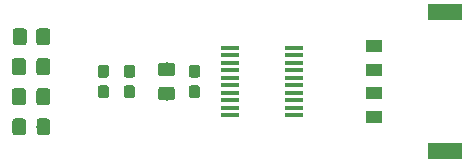
<source format=gbr>
%TF.GenerationSoftware,KiCad,Pcbnew,(5.1.0)-1*%
%TF.CreationDate,2024-04-08T09:54:17+02:00*%
%TF.ProjectId,USB-UART_RS422,5553422d-5541-4525-945f-52533432322e,rev?*%
%TF.SameCoordinates,Original*%
%TF.FileFunction,Paste,Top*%
%TF.FilePolarity,Positive*%
%FSLAX46Y46*%
G04 Gerber Fmt 4.6, Leading zero omitted, Abs format (unit mm)*
G04 Created by KiCad (PCBNEW (5.1.0)-1) date 2024-04-08 09:54:17*
%MOMM*%
%LPD*%
G04 APERTURE LIST*
%ADD10R,2.900000X1.350000*%
%ADD11R,1.450000X1.100000*%
%ADD12C,0.100000*%
%ADD13C,0.950000*%
%ADD14C,1.175000*%
%ADD15C,1.150000*%
%ADD16R,1.526000X0.435000*%
%ADD17C,1.200000*%
G04 APERTURE END LIST*
D10*
%TO.C,J0*%
X158475000Y-90105000D03*
X158475000Y-101895000D03*
D11*
X152500000Y-93000000D03*
X152500000Y-95000000D03*
X152500000Y-97000000D03*
X152500000Y-99000000D03*
%TD*%
D12*
%TO.C,C1*%
G36*
X137510779Y-96326144D02*
G01*
X137533834Y-96329563D01*
X137556443Y-96335227D01*
X137578387Y-96343079D01*
X137599457Y-96353044D01*
X137619448Y-96365026D01*
X137638168Y-96378910D01*
X137655438Y-96394562D01*
X137671090Y-96411832D01*
X137684974Y-96430552D01*
X137696956Y-96450543D01*
X137706921Y-96471613D01*
X137714773Y-96493557D01*
X137720437Y-96516166D01*
X137723856Y-96539221D01*
X137725000Y-96562500D01*
X137725000Y-97162500D01*
X137723856Y-97185779D01*
X137720437Y-97208834D01*
X137714773Y-97231443D01*
X137706921Y-97253387D01*
X137696956Y-97274457D01*
X137684974Y-97294448D01*
X137671090Y-97313168D01*
X137655438Y-97330438D01*
X137638168Y-97346090D01*
X137619448Y-97359974D01*
X137599457Y-97371956D01*
X137578387Y-97381921D01*
X137556443Y-97389773D01*
X137533834Y-97395437D01*
X137510779Y-97398856D01*
X137487500Y-97400000D01*
X137012500Y-97400000D01*
X136989221Y-97398856D01*
X136966166Y-97395437D01*
X136943557Y-97389773D01*
X136921613Y-97381921D01*
X136900543Y-97371956D01*
X136880552Y-97359974D01*
X136861832Y-97346090D01*
X136844562Y-97330438D01*
X136828910Y-97313168D01*
X136815026Y-97294448D01*
X136803044Y-97274457D01*
X136793079Y-97253387D01*
X136785227Y-97231443D01*
X136779563Y-97208834D01*
X136776144Y-97185779D01*
X136775000Y-97162500D01*
X136775000Y-96562500D01*
X136776144Y-96539221D01*
X136779563Y-96516166D01*
X136785227Y-96493557D01*
X136793079Y-96471613D01*
X136803044Y-96450543D01*
X136815026Y-96430552D01*
X136828910Y-96411832D01*
X136844562Y-96394562D01*
X136861832Y-96378910D01*
X136880552Y-96365026D01*
X136900543Y-96353044D01*
X136921613Y-96343079D01*
X136943557Y-96335227D01*
X136966166Y-96329563D01*
X136989221Y-96326144D01*
X137012500Y-96325000D01*
X137487500Y-96325000D01*
X137510779Y-96326144D01*
X137510779Y-96326144D01*
G37*
D13*
X137250000Y-96862500D03*
D12*
G36*
X137510779Y-94601144D02*
G01*
X137533834Y-94604563D01*
X137556443Y-94610227D01*
X137578387Y-94618079D01*
X137599457Y-94628044D01*
X137619448Y-94640026D01*
X137638168Y-94653910D01*
X137655438Y-94669562D01*
X137671090Y-94686832D01*
X137684974Y-94705552D01*
X137696956Y-94725543D01*
X137706921Y-94746613D01*
X137714773Y-94768557D01*
X137720437Y-94791166D01*
X137723856Y-94814221D01*
X137725000Y-94837500D01*
X137725000Y-95437500D01*
X137723856Y-95460779D01*
X137720437Y-95483834D01*
X137714773Y-95506443D01*
X137706921Y-95528387D01*
X137696956Y-95549457D01*
X137684974Y-95569448D01*
X137671090Y-95588168D01*
X137655438Y-95605438D01*
X137638168Y-95621090D01*
X137619448Y-95634974D01*
X137599457Y-95646956D01*
X137578387Y-95656921D01*
X137556443Y-95664773D01*
X137533834Y-95670437D01*
X137510779Y-95673856D01*
X137487500Y-95675000D01*
X137012500Y-95675000D01*
X136989221Y-95673856D01*
X136966166Y-95670437D01*
X136943557Y-95664773D01*
X136921613Y-95656921D01*
X136900543Y-95646956D01*
X136880552Y-95634974D01*
X136861832Y-95621090D01*
X136844562Y-95605438D01*
X136828910Y-95588168D01*
X136815026Y-95569448D01*
X136803044Y-95549457D01*
X136793079Y-95528387D01*
X136785227Y-95506443D01*
X136779563Y-95483834D01*
X136776144Y-95460779D01*
X136775000Y-95437500D01*
X136775000Y-94837500D01*
X136776144Y-94814221D01*
X136779563Y-94791166D01*
X136785227Y-94768557D01*
X136793079Y-94746613D01*
X136803044Y-94725543D01*
X136815026Y-94705552D01*
X136828910Y-94686832D01*
X136844562Y-94669562D01*
X136861832Y-94653910D01*
X136880552Y-94640026D01*
X136900543Y-94628044D01*
X136921613Y-94618079D01*
X136943557Y-94610227D01*
X136966166Y-94604563D01*
X136989221Y-94601144D01*
X137012500Y-94600000D01*
X137487500Y-94600000D01*
X137510779Y-94601144D01*
X137510779Y-94601144D01*
G37*
D13*
X137250000Y-95137500D03*
%TD*%
D12*
%TO.C,C2.0*%
G36*
X129800779Y-94601144D02*
G01*
X129823834Y-94604563D01*
X129846443Y-94610227D01*
X129868387Y-94618079D01*
X129889457Y-94628044D01*
X129909448Y-94640026D01*
X129928168Y-94653910D01*
X129945438Y-94669562D01*
X129961090Y-94686832D01*
X129974974Y-94705552D01*
X129986956Y-94725543D01*
X129996921Y-94746613D01*
X130004773Y-94768557D01*
X130010437Y-94791166D01*
X130013856Y-94814221D01*
X130015000Y-94837500D01*
X130015000Y-95437500D01*
X130013856Y-95460779D01*
X130010437Y-95483834D01*
X130004773Y-95506443D01*
X129996921Y-95528387D01*
X129986956Y-95549457D01*
X129974974Y-95569448D01*
X129961090Y-95588168D01*
X129945438Y-95605438D01*
X129928168Y-95621090D01*
X129909448Y-95634974D01*
X129889457Y-95646956D01*
X129868387Y-95656921D01*
X129846443Y-95664773D01*
X129823834Y-95670437D01*
X129800779Y-95673856D01*
X129777500Y-95675000D01*
X129302500Y-95675000D01*
X129279221Y-95673856D01*
X129256166Y-95670437D01*
X129233557Y-95664773D01*
X129211613Y-95656921D01*
X129190543Y-95646956D01*
X129170552Y-95634974D01*
X129151832Y-95621090D01*
X129134562Y-95605438D01*
X129118910Y-95588168D01*
X129105026Y-95569448D01*
X129093044Y-95549457D01*
X129083079Y-95528387D01*
X129075227Y-95506443D01*
X129069563Y-95483834D01*
X129066144Y-95460779D01*
X129065000Y-95437500D01*
X129065000Y-94837500D01*
X129066144Y-94814221D01*
X129069563Y-94791166D01*
X129075227Y-94768557D01*
X129083079Y-94746613D01*
X129093044Y-94725543D01*
X129105026Y-94705552D01*
X129118910Y-94686832D01*
X129134562Y-94669562D01*
X129151832Y-94653910D01*
X129170552Y-94640026D01*
X129190543Y-94628044D01*
X129211613Y-94618079D01*
X129233557Y-94610227D01*
X129256166Y-94604563D01*
X129279221Y-94601144D01*
X129302500Y-94600000D01*
X129777500Y-94600000D01*
X129800779Y-94601144D01*
X129800779Y-94601144D01*
G37*
D13*
X129540000Y-95137500D03*
D12*
G36*
X129800779Y-96326144D02*
G01*
X129823834Y-96329563D01*
X129846443Y-96335227D01*
X129868387Y-96343079D01*
X129889457Y-96353044D01*
X129909448Y-96365026D01*
X129928168Y-96378910D01*
X129945438Y-96394562D01*
X129961090Y-96411832D01*
X129974974Y-96430552D01*
X129986956Y-96450543D01*
X129996921Y-96471613D01*
X130004773Y-96493557D01*
X130010437Y-96516166D01*
X130013856Y-96539221D01*
X130015000Y-96562500D01*
X130015000Y-97162500D01*
X130013856Y-97185779D01*
X130010437Y-97208834D01*
X130004773Y-97231443D01*
X129996921Y-97253387D01*
X129986956Y-97274457D01*
X129974974Y-97294448D01*
X129961090Y-97313168D01*
X129945438Y-97330438D01*
X129928168Y-97346090D01*
X129909448Y-97359974D01*
X129889457Y-97371956D01*
X129868387Y-97381921D01*
X129846443Y-97389773D01*
X129823834Y-97395437D01*
X129800779Y-97398856D01*
X129777500Y-97400000D01*
X129302500Y-97400000D01*
X129279221Y-97398856D01*
X129256166Y-97395437D01*
X129233557Y-97389773D01*
X129211613Y-97381921D01*
X129190543Y-97371956D01*
X129170552Y-97359974D01*
X129151832Y-97346090D01*
X129134562Y-97330438D01*
X129118910Y-97313168D01*
X129105026Y-97294448D01*
X129093044Y-97274457D01*
X129083079Y-97253387D01*
X129075227Y-97231443D01*
X129069563Y-97208834D01*
X129066144Y-97185779D01*
X129065000Y-97162500D01*
X129065000Y-96562500D01*
X129066144Y-96539221D01*
X129069563Y-96516166D01*
X129075227Y-96493557D01*
X129083079Y-96471613D01*
X129093044Y-96450543D01*
X129105026Y-96430552D01*
X129118910Y-96411832D01*
X129134562Y-96394562D01*
X129151832Y-96378910D01*
X129170552Y-96365026D01*
X129190543Y-96353044D01*
X129211613Y-96343079D01*
X129233557Y-96335227D01*
X129256166Y-96329563D01*
X129279221Y-96326144D01*
X129302500Y-96325000D01*
X129777500Y-96325000D01*
X129800779Y-96326144D01*
X129800779Y-96326144D01*
G37*
D13*
X129540000Y-96862500D03*
%TD*%
D12*
%TO.C,C2.1*%
G36*
X132010779Y-96326144D02*
G01*
X132033834Y-96329563D01*
X132056443Y-96335227D01*
X132078387Y-96343079D01*
X132099457Y-96353044D01*
X132119448Y-96365026D01*
X132138168Y-96378910D01*
X132155438Y-96394562D01*
X132171090Y-96411832D01*
X132184974Y-96430552D01*
X132196956Y-96450543D01*
X132206921Y-96471613D01*
X132214773Y-96493557D01*
X132220437Y-96516166D01*
X132223856Y-96539221D01*
X132225000Y-96562500D01*
X132225000Y-97162500D01*
X132223856Y-97185779D01*
X132220437Y-97208834D01*
X132214773Y-97231443D01*
X132206921Y-97253387D01*
X132196956Y-97274457D01*
X132184974Y-97294448D01*
X132171090Y-97313168D01*
X132155438Y-97330438D01*
X132138168Y-97346090D01*
X132119448Y-97359974D01*
X132099457Y-97371956D01*
X132078387Y-97381921D01*
X132056443Y-97389773D01*
X132033834Y-97395437D01*
X132010779Y-97398856D01*
X131987500Y-97400000D01*
X131512500Y-97400000D01*
X131489221Y-97398856D01*
X131466166Y-97395437D01*
X131443557Y-97389773D01*
X131421613Y-97381921D01*
X131400543Y-97371956D01*
X131380552Y-97359974D01*
X131361832Y-97346090D01*
X131344562Y-97330438D01*
X131328910Y-97313168D01*
X131315026Y-97294448D01*
X131303044Y-97274457D01*
X131293079Y-97253387D01*
X131285227Y-97231443D01*
X131279563Y-97208834D01*
X131276144Y-97185779D01*
X131275000Y-97162500D01*
X131275000Y-96562500D01*
X131276144Y-96539221D01*
X131279563Y-96516166D01*
X131285227Y-96493557D01*
X131293079Y-96471613D01*
X131303044Y-96450543D01*
X131315026Y-96430552D01*
X131328910Y-96411832D01*
X131344562Y-96394562D01*
X131361832Y-96378910D01*
X131380552Y-96365026D01*
X131400543Y-96353044D01*
X131421613Y-96343079D01*
X131443557Y-96335227D01*
X131466166Y-96329563D01*
X131489221Y-96326144D01*
X131512500Y-96325000D01*
X131987500Y-96325000D01*
X132010779Y-96326144D01*
X132010779Y-96326144D01*
G37*
D13*
X131750000Y-96862500D03*
D12*
G36*
X132010779Y-94601144D02*
G01*
X132033834Y-94604563D01*
X132056443Y-94610227D01*
X132078387Y-94618079D01*
X132099457Y-94628044D01*
X132119448Y-94640026D01*
X132138168Y-94653910D01*
X132155438Y-94669562D01*
X132171090Y-94686832D01*
X132184974Y-94705552D01*
X132196956Y-94725543D01*
X132206921Y-94746613D01*
X132214773Y-94768557D01*
X132220437Y-94791166D01*
X132223856Y-94814221D01*
X132225000Y-94837500D01*
X132225000Y-95437500D01*
X132223856Y-95460779D01*
X132220437Y-95483834D01*
X132214773Y-95506443D01*
X132206921Y-95528387D01*
X132196956Y-95549457D01*
X132184974Y-95569448D01*
X132171090Y-95588168D01*
X132155438Y-95605438D01*
X132138168Y-95621090D01*
X132119448Y-95634974D01*
X132099457Y-95646956D01*
X132078387Y-95656921D01*
X132056443Y-95664773D01*
X132033834Y-95670437D01*
X132010779Y-95673856D01*
X131987500Y-95675000D01*
X131512500Y-95675000D01*
X131489221Y-95673856D01*
X131466166Y-95670437D01*
X131443557Y-95664773D01*
X131421613Y-95656921D01*
X131400543Y-95646956D01*
X131380552Y-95634974D01*
X131361832Y-95621090D01*
X131344562Y-95605438D01*
X131328910Y-95588168D01*
X131315026Y-95569448D01*
X131303044Y-95549457D01*
X131293079Y-95528387D01*
X131285227Y-95506443D01*
X131279563Y-95483834D01*
X131276144Y-95460779D01*
X131275000Y-95437500D01*
X131275000Y-94837500D01*
X131276144Y-94814221D01*
X131279563Y-94791166D01*
X131285227Y-94768557D01*
X131293079Y-94746613D01*
X131303044Y-94725543D01*
X131315026Y-94705552D01*
X131328910Y-94686832D01*
X131344562Y-94669562D01*
X131361832Y-94653910D01*
X131380552Y-94640026D01*
X131400543Y-94628044D01*
X131421613Y-94618079D01*
X131443557Y-94610227D01*
X131466166Y-94604563D01*
X131489221Y-94601144D01*
X131512500Y-94600000D01*
X131987500Y-94600000D01*
X132010779Y-94601144D01*
X132010779Y-94601144D01*
G37*
D13*
X131750000Y-95137500D03*
%TD*%
D12*
%TO.C,C3*%
G36*
X122747004Y-94026204D02*
G01*
X122771273Y-94029804D01*
X122795071Y-94035765D01*
X122818171Y-94044030D01*
X122840349Y-94054520D01*
X122861393Y-94067133D01*
X122881098Y-94081747D01*
X122899277Y-94098223D01*
X122915753Y-94116402D01*
X122930367Y-94136107D01*
X122942980Y-94157151D01*
X122953470Y-94179329D01*
X122961735Y-94202429D01*
X122967696Y-94226227D01*
X122971296Y-94250496D01*
X122972500Y-94275000D01*
X122972500Y-95225000D01*
X122971296Y-95249504D01*
X122967696Y-95273773D01*
X122961735Y-95297571D01*
X122953470Y-95320671D01*
X122942980Y-95342849D01*
X122930367Y-95363893D01*
X122915753Y-95383598D01*
X122899277Y-95401777D01*
X122881098Y-95418253D01*
X122861393Y-95432867D01*
X122840349Y-95445480D01*
X122818171Y-95455970D01*
X122795071Y-95464235D01*
X122771273Y-95470196D01*
X122747004Y-95473796D01*
X122722500Y-95475000D01*
X122047500Y-95475000D01*
X122022996Y-95473796D01*
X121998727Y-95470196D01*
X121974929Y-95464235D01*
X121951829Y-95455970D01*
X121929651Y-95445480D01*
X121908607Y-95432867D01*
X121888902Y-95418253D01*
X121870723Y-95401777D01*
X121854247Y-95383598D01*
X121839633Y-95363893D01*
X121827020Y-95342849D01*
X121816530Y-95320671D01*
X121808265Y-95297571D01*
X121802304Y-95273773D01*
X121798704Y-95249504D01*
X121797500Y-95225000D01*
X121797500Y-94275000D01*
X121798704Y-94250496D01*
X121802304Y-94226227D01*
X121808265Y-94202429D01*
X121816530Y-94179329D01*
X121827020Y-94157151D01*
X121839633Y-94136107D01*
X121854247Y-94116402D01*
X121870723Y-94098223D01*
X121888902Y-94081747D01*
X121908607Y-94067133D01*
X121929651Y-94054520D01*
X121951829Y-94044030D01*
X121974929Y-94035765D01*
X121998727Y-94029804D01*
X122022996Y-94026204D01*
X122047500Y-94025000D01*
X122722500Y-94025000D01*
X122747004Y-94026204D01*
X122747004Y-94026204D01*
G37*
D14*
X122385000Y-94750000D03*
D12*
G36*
X124822004Y-94026204D02*
G01*
X124846273Y-94029804D01*
X124870071Y-94035765D01*
X124893171Y-94044030D01*
X124915349Y-94054520D01*
X124936393Y-94067133D01*
X124956098Y-94081747D01*
X124974277Y-94098223D01*
X124990753Y-94116402D01*
X125005367Y-94136107D01*
X125017980Y-94157151D01*
X125028470Y-94179329D01*
X125036735Y-94202429D01*
X125042696Y-94226227D01*
X125046296Y-94250496D01*
X125047500Y-94275000D01*
X125047500Y-95225000D01*
X125046296Y-95249504D01*
X125042696Y-95273773D01*
X125036735Y-95297571D01*
X125028470Y-95320671D01*
X125017980Y-95342849D01*
X125005367Y-95363893D01*
X124990753Y-95383598D01*
X124974277Y-95401777D01*
X124956098Y-95418253D01*
X124936393Y-95432867D01*
X124915349Y-95445480D01*
X124893171Y-95455970D01*
X124870071Y-95464235D01*
X124846273Y-95470196D01*
X124822004Y-95473796D01*
X124797500Y-95475000D01*
X124122500Y-95475000D01*
X124097996Y-95473796D01*
X124073727Y-95470196D01*
X124049929Y-95464235D01*
X124026829Y-95455970D01*
X124004651Y-95445480D01*
X123983607Y-95432867D01*
X123963902Y-95418253D01*
X123945723Y-95401777D01*
X123929247Y-95383598D01*
X123914633Y-95363893D01*
X123902020Y-95342849D01*
X123891530Y-95320671D01*
X123883265Y-95297571D01*
X123877304Y-95273773D01*
X123873704Y-95249504D01*
X123872500Y-95225000D01*
X123872500Y-94275000D01*
X123873704Y-94250496D01*
X123877304Y-94226227D01*
X123883265Y-94202429D01*
X123891530Y-94179329D01*
X123902020Y-94157151D01*
X123914633Y-94136107D01*
X123929247Y-94116402D01*
X123945723Y-94098223D01*
X123963902Y-94081747D01*
X123983607Y-94067133D01*
X124004651Y-94054520D01*
X124026829Y-94044030D01*
X124049929Y-94035765D01*
X124073727Y-94029804D01*
X124097996Y-94026204D01*
X124122500Y-94025000D01*
X124797500Y-94025000D01*
X124822004Y-94026204D01*
X124822004Y-94026204D01*
G37*
D14*
X124460000Y-94750000D03*
%TD*%
D12*
%TO.C,C4*%
G36*
X122747004Y-96566204D02*
G01*
X122771273Y-96569804D01*
X122795071Y-96575765D01*
X122818171Y-96584030D01*
X122840349Y-96594520D01*
X122861393Y-96607133D01*
X122881098Y-96621747D01*
X122899277Y-96638223D01*
X122915753Y-96656402D01*
X122930367Y-96676107D01*
X122942980Y-96697151D01*
X122953470Y-96719329D01*
X122961735Y-96742429D01*
X122967696Y-96766227D01*
X122971296Y-96790496D01*
X122972500Y-96815000D01*
X122972500Y-97765000D01*
X122971296Y-97789504D01*
X122967696Y-97813773D01*
X122961735Y-97837571D01*
X122953470Y-97860671D01*
X122942980Y-97882849D01*
X122930367Y-97903893D01*
X122915753Y-97923598D01*
X122899277Y-97941777D01*
X122881098Y-97958253D01*
X122861393Y-97972867D01*
X122840349Y-97985480D01*
X122818171Y-97995970D01*
X122795071Y-98004235D01*
X122771273Y-98010196D01*
X122747004Y-98013796D01*
X122722500Y-98015000D01*
X122047500Y-98015000D01*
X122022996Y-98013796D01*
X121998727Y-98010196D01*
X121974929Y-98004235D01*
X121951829Y-97995970D01*
X121929651Y-97985480D01*
X121908607Y-97972867D01*
X121888902Y-97958253D01*
X121870723Y-97941777D01*
X121854247Y-97923598D01*
X121839633Y-97903893D01*
X121827020Y-97882849D01*
X121816530Y-97860671D01*
X121808265Y-97837571D01*
X121802304Y-97813773D01*
X121798704Y-97789504D01*
X121797500Y-97765000D01*
X121797500Y-96815000D01*
X121798704Y-96790496D01*
X121802304Y-96766227D01*
X121808265Y-96742429D01*
X121816530Y-96719329D01*
X121827020Y-96697151D01*
X121839633Y-96676107D01*
X121854247Y-96656402D01*
X121870723Y-96638223D01*
X121888902Y-96621747D01*
X121908607Y-96607133D01*
X121929651Y-96594520D01*
X121951829Y-96584030D01*
X121974929Y-96575765D01*
X121998727Y-96569804D01*
X122022996Y-96566204D01*
X122047500Y-96565000D01*
X122722500Y-96565000D01*
X122747004Y-96566204D01*
X122747004Y-96566204D01*
G37*
D14*
X122385000Y-97290000D03*
D12*
G36*
X124822004Y-96566204D02*
G01*
X124846273Y-96569804D01*
X124870071Y-96575765D01*
X124893171Y-96584030D01*
X124915349Y-96594520D01*
X124936393Y-96607133D01*
X124956098Y-96621747D01*
X124974277Y-96638223D01*
X124990753Y-96656402D01*
X125005367Y-96676107D01*
X125017980Y-96697151D01*
X125028470Y-96719329D01*
X125036735Y-96742429D01*
X125042696Y-96766227D01*
X125046296Y-96790496D01*
X125047500Y-96815000D01*
X125047500Y-97765000D01*
X125046296Y-97789504D01*
X125042696Y-97813773D01*
X125036735Y-97837571D01*
X125028470Y-97860671D01*
X125017980Y-97882849D01*
X125005367Y-97903893D01*
X124990753Y-97923598D01*
X124974277Y-97941777D01*
X124956098Y-97958253D01*
X124936393Y-97972867D01*
X124915349Y-97985480D01*
X124893171Y-97995970D01*
X124870071Y-98004235D01*
X124846273Y-98010196D01*
X124822004Y-98013796D01*
X124797500Y-98015000D01*
X124122500Y-98015000D01*
X124097996Y-98013796D01*
X124073727Y-98010196D01*
X124049929Y-98004235D01*
X124026829Y-97995970D01*
X124004651Y-97985480D01*
X123983607Y-97972867D01*
X123963902Y-97958253D01*
X123945723Y-97941777D01*
X123929247Y-97923598D01*
X123914633Y-97903893D01*
X123902020Y-97882849D01*
X123891530Y-97860671D01*
X123883265Y-97837571D01*
X123877304Y-97813773D01*
X123873704Y-97789504D01*
X123872500Y-97765000D01*
X123872500Y-96815000D01*
X123873704Y-96790496D01*
X123877304Y-96766227D01*
X123883265Y-96742429D01*
X123891530Y-96719329D01*
X123902020Y-96697151D01*
X123914633Y-96676107D01*
X123929247Y-96656402D01*
X123945723Y-96638223D01*
X123963902Y-96621747D01*
X123983607Y-96607133D01*
X124004651Y-96594520D01*
X124026829Y-96584030D01*
X124049929Y-96575765D01*
X124073727Y-96569804D01*
X124097996Y-96566204D01*
X124122500Y-96565000D01*
X124797500Y-96565000D01*
X124822004Y-96566204D01*
X124822004Y-96566204D01*
G37*
D14*
X124460000Y-97290000D03*
%TD*%
D12*
%TO.C,FB0*%
G36*
X124809505Y-99131204D02*
G01*
X124833773Y-99134804D01*
X124857572Y-99140765D01*
X124880671Y-99149030D01*
X124902850Y-99159520D01*
X124923893Y-99172132D01*
X124943599Y-99186747D01*
X124961777Y-99203223D01*
X124978253Y-99221401D01*
X124992868Y-99241107D01*
X125005480Y-99262150D01*
X125015970Y-99284329D01*
X125024235Y-99307428D01*
X125030196Y-99331227D01*
X125033796Y-99355495D01*
X125035000Y-99379999D01*
X125035000Y-100280001D01*
X125033796Y-100304505D01*
X125030196Y-100328773D01*
X125024235Y-100352572D01*
X125015970Y-100375671D01*
X125005480Y-100397850D01*
X124992868Y-100418893D01*
X124978253Y-100438599D01*
X124961777Y-100456777D01*
X124943599Y-100473253D01*
X124923893Y-100487868D01*
X124902850Y-100500480D01*
X124880671Y-100510970D01*
X124857572Y-100519235D01*
X124833773Y-100525196D01*
X124809505Y-100528796D01*
X124785001Y-100530000D01*
X124134999Y-100530000D01*
X124110495Y-100528796D01*
X124086227Y-100525196D01*
X124062428Y-100519235D01*
X124039329Y-100510970D01*
X124017150Y-100500480D01*
X123996107Y-100487868D01*
X123976401Y-100473253D01*
X123958223Y-100456777D01*
X123941747Y-100438599D01*
X123927132Y-100418893D01*
X123914520Y-100397850D01*
X123904030Y-100375671D01*
X123895765Y-100352572D01*
X123889804Y-100328773D01*
X123886204Y-100304505D01*
X123885000Y-100280001D01*
X123885000Y-99379999D01*
X123886204Y-99355495D01*
X123889804Y-99331227D01*
X123895765Y-99307428D01*
X123904030Y-99284329D01*
X123914520Y-99262150D01*
X123927132Y-99241107D01*
X123941747Y-99221401D01*
X123958223Y-99203223D01*
X123976401Y-99186747D01*
X123996107Y-99172132D01*
X124017150Y-99159520D01*
X124039329Y-99149030D01*
X124062428Y-99140765D01*
X124086227Y-99134804D01*
X124110495Y-99131204D01*
X124134999Y-99130000D01*
X124785001Y-99130000D01*
X124809505Y-99131204D01*
X124809505Y-99131204D01*
G37*
D15*
X124460000Y-99830000D03*
D12*
G36*
X122759505Y-99131204D02*
G01*
X122783773Y-99134804D01*
X122807572Y-99140765D01*
X122830671Y-99149030D01*
X122852850Y-99159520D01*
X122873893Y-99172132D01*
X122893599Y-99186747D01*
X122911777Y-99203223D01*
X122928253Y-99221401D01*
X122942868Y-99241107D01*
X122955480Y-99262150D01*
X122965970Y-99284329D01*
X122974235Y-99307428D01*
X122980196Y-99331227D01*
X122983796Y-99355495D01*
X122985000Y-99379999D01*
X122985000Y-100280001D01*
X122983796Y-100304505D01*
X122980196Y-100328773D01*
X122974235Y-100352572D01*
X122965970Y-100375671D01*
X122955480Y-100397850D01*
X122942868Y-100418893D01*
X122928253Y-100438599D01*
X122911777Y-100456777D01*
X122893599Y-100473253D01*
X122873893Y-100487868D01*
X122852850Y-100500480D01*
X122830671Y-100510970D01*
X122807572Y-100519235D01*
X122783773Y-100525196D01*
X122759505Y-100528796D01*
X122735001Y-100530000D01*
X122084999Y-100530000D01*
X122060495Y-100528796D01*
X122036227Y-100525196D01*
X122012428Y-100519235D01*
X121989329Y-100510970D01*
X121967150Y-100500480D01*
X121946107Y-100487868D01*
X121926401Y-100473253D01*
X121908223Y-100456777D01*
X121891747Y-100438599D01*
X121877132Y-100418893D01*
X121864520Y-100397850D01*
X121854030Y-100375671D01*
X121845765Y-100352572D01*
X121839804Y-100328773D01*
X121836204Y-100304505D01*
X121835000Y-100280001D01*
X121835000Y-99379999D01*
X121836204Y-99355495D01*
X121839804Y-99331227D01*
X121845765Y-99307428D01*
X121854030Y-99284329D01*
X121864520Y-99262150D01*
X121877132Y-99241107D01*
X121891747Y-99221401D01*
X121908223Y-99203223D01*
X121926401Y-99186747D01*
X121946107Y-99172132D01*
X121967150Y-99159520D01*
X121989329Y-99149030D01*
X122012428Y-99140765D01*
X122036227Y-99134804D01*
X122060495Y-99131204D01*
X122084999Y-99130000D01*
X122735001Y-99130000D01*
X122759505Y-99131204D01*
X122759505Y-99131204D01*
G37*
D15*
X122410000Y-99830000D03*
%TD*%
D16*
%TO.C,IC0*%
X140288000Y-93142000D03*
X140288000Y-93778000D03*
X140288000Y-94412000D03*
X140288000Y-95048000D03*
X140288000Y-95682000D03*
X140288000Y-96318000D03*
X140288000Y-96952000D03*
X140288000Y-97588000D03*
X140288000Y-98222000D03*
X140288000Y-98858000D03*
X145712000Y-98858000D03*
X145712000Y-98222000D03*
X145712000Y-97588000D03*
X145712000Y-96952000D03*
X145712000Y-96318000D03*
X145712000Y-95682000D03*
X145712000Y-95048000D03*
X145712000Y-94412000D03*
X145712000Y-93778000D03*
X145712000Y-93142000D03*
%TD*%
D12*
%TO.C,LED0*%
G36*
X135364505Y-94401204D02*
G01*
X135388773Y-94404804D01*
X135412572Y-94410765D01*
X135435671Y-94419030D01*
X135457850Y-94429520D01*
X135478893Y-94442132D01*
X135498599Y-94456747D01*
X135516777Y-94473223D01*
X135533253Y-94491401D01*
X135547868Y-94511107D01*
X135560480Y-94532150D01*
X135570970Y-94554329D01*
X135579235Y-94577428D01*
X135585196Y-94601227D01*
X135588796Y-94625495D01*
X135590000Y-94649999D01*
X135590000Y-95300001D01*
X135588796Y-95324505D01*
X135585196Y-95348773D01*
X135579235Y-95372572D01*
X135570970Y-95395671D01*
X135560480Y-95417850D01*
X135547868Y-95438893D01*
X135533253Y-95458599D01*
X135516777Y-95476777D01*
X135498599Y-95493253D01*
X135478893Y-95507868D01*
X135457850Y-95520480D01*
X135435671Y-95530970D01*
X135412572Y-95539235D01*
X135388773Y-95545196D01*
X135364505Y-95548796D01*
X135340001Y-95550000D01*
X134439999Y-95550000D01*
X134415495Y-95548796D01*
X134391227Y-95545196D01*
X134367428Y-95539235D01*
X134344329Y-95530970D01*
X134322150Y-95520480D01*
X134301107Y-95507868D01*
X134281401Y-95493253D01*
X134263223Y-95476777D01*
X134246747Y-95458599D01*
X134232132Y-95438893D01*
X134219520Y-95417850D01*
X134209030Y-95395671D01*
X134200765Y-95372572D01*
X134194804Y-95348773D01*
X134191204Y-95324505D01*
X134190000Y-95300001D01*
X134190000Y-94649999D01*
X134191204Y-94625495D01*
X134194804Y-94601227D01*
X134200765Y-94577428D01*
X134209030Y-94554329D01*
X134219520Y-94532150D01*
X134232132Y-94511107D01*
X134246747Y-94491401D01*
X134263223Y-94473223D01*
X134281401Y-94456747D01*
X134301107Y-94442132D01*
X134322150Y-94429520D01*
X134344329Y-94419030D01*
X134367428Y-94410765D01*
X134391227Y-94404804D01*
X134415495Y-94401204D01*
X134439999Y-94400000D01*
X135340001Y-94400000D01*
X135364505Y-94401204D01*
X135364505Y-94401204D01*
G37*
D15*
X134890000Y-94975000D03*
D12*
G36*
X135364505Y-96451204D02*
G01*
X135388773Y-96454804D01*
X135412572Y-96460765D01*
X135435671Y-96469030D01*
X135457850Y-96479520D01*
X135478893Y-96492132D01*
X135498599Y-96506747D01*
X135516777Y-96523223D01*
X135533253Y-96541401D01*
X135547868Y-96561107D01*
X135560480Y-96582150D01*
X135570970Y-96604329D01*
X135579235Y-96627428D01*
X135585196Y-96651227D01*
X135588796Y-96675495D01*
X135590000Y-96699999D01*
X135590000Y-97350001D01*
X135588796Y-97374505D01*
X135585196Y-97398773D01*
X135579235Y-97422572D01*
X135570970Y-97445671D01*
X135560480Y-97467850D01*
X135547868Y-97488893D01*
X135533253Y-97508599D01*
X135516777Y-97526777D01*
X135498599Y-97543253D01*
X135478893Y-97557868D01*
X135457850Y-97570480D01*
X135435671Y-97580970D01*
X135412572Y-97589235D01*
X135388773Y-97595196D01*
X135364505Y-97598796D01*
X135340001Y-97600000D01*
X134439999Y-97600000D01*
X134415495Y-97598796D01*
X134391227Y-97595196D01*
X134367428Y-97589235D01*
X134344329Y-97580970D01*
X134322150Y-97570480D01*
X134301107Y-97557868D01*
X134281401Y-97543253D01*
X134263223Y-97526777D01*
X134246747Y-97508599D01*
X134232132Y-97488893D01*
X134219520Y-97467850D01*
X134209030Y-97445671D01*
X134200765Y-97422572D01*
X134194804Y-97398773D01*
X134191204Y-97374505D01*
X134190000Y-97350001D01*
X134190000Y-96699999D01*
X134191204Y-96675495D01*
X134194804Y-96651227D01*
X134200765Y-96627428D01*
X134209030Y-96604329D01*
X134219520Y-96582150D01*
X134232132Y-96561107D01*
X134246747Y-96541401D01*
X134263223Y-96523223D01*
X134281401Y-96506747D01*
X134301107Y-96492132D01*
X134322150Y-96479520D01*
X134344329Y-96469030D01*
X134367428Y-96460765D01*
X134391227Y-96454804D01*
X134415495Y-96451204D01*
X134439999Y-96450000D01*
X135340001Y-96450000D01*
X135364505Y-96451204D01*
X135364505Y-96451204D01*
G37*
D15*
X134890000Y-97025000D03*
%TD*%
D12*
%TO.C,R0*%
G36*
X122834505Y-91511204D02*
G01*
X122858773Y-91514804D01*
X122882572Y-91520765D01*
X122905671Y-91529030D01*
X122927850Y-91539520D01*
X122948893Y-91552132D01*
X122968599Y-91566747D01*
X122986777Y-91583223D01*
X123003253Y-91601401D01*
X123017868Y-91621107D01*
X123030480Y-91642150D01*
X123040970Y-91664329D01*
X123049235Y-91687428D01*
X123055196Y-91711227D01*
X123058796Y-91735495D01*
X123060000Y-91759999D01*
X123060000Y-92660001D01*
X123058796Y-92684505D01*
X123055196Y-92708773D01*
X123049235Y-92732572D01*
X123040970Y-92755671D01*
X123030480Y-92777850D01*
X123017868Y-92798893D01*
X123003253Y-92818599D01*
X122986777Y-92836777D01*
X122968599Y-92853253D01*
X122948893Y-92867868D01*
X122927850Y-92880480D01*
X122905671Y-92890970D01*
X122882572Y-92899235D01*
X122858773Y-92905196D01*
X122834505Y-92908796D01*
X122810001Y-92910000D01*
X122109999Y-92910000D01*
X122085495Y-92908796D01*
X122061227Y-92905196D01*
X122037428Y-92899235D01*
X122014329Y-92890970D01*
X121992150Y-92880480D01*
X121971107Y-92867868D01*
X121951401Y-92853253D01*
X121933223Y-92836777D01*
X121916747Y-92818599D01*
X121902132Y-92798893D01*
X121889520Y-92777850D01*
X121879030Y-92755671D01*
X121870765Y-92732572D01*
X121864804Y-92708773D01*
X121861204Y-92684505D01*
X121860000Y-92660001D01*
X121860000Y-91759999D01*
X121861204Y-91735495D01*
X121864804Y-91711227D01*
X121870765Y-91687428D01*
X121879030Y-91664329D01*
X121889520Y-91642150D01*
X121902132Y-91621107D01*
X121916747Y-91601401D01*
X121933223Y-91583223D01*
X121951401Y-91566747D01*
X121971107Y-91552132D01*
X121992150Y-91539520D01*
X122014329Y-91529030D01*
X122037428Y-91520765D01*
X122061227Y-91514804D01*
X122085495Y-91511204D01*
X122109999Y-91510000D01*
X122810001Y-91510000D01*
X122834505Y-91511204D01*
X122834505Y-91511204D01*
G37*
D17*
X122460000Y-92210000D03*
D12*
G36*
X124834505Y-91511204D02*
G01*
X124858773Y-91514804D01*
X124882572Y-91520765D01*
X124905671Y-91529030D01*
X124927850Y-91539520D01*
X124948893Y-91552132D01*
X124968599Y-91566747D01*
X124986777Y-91583223D01*
X125003253Y-91601401D01*
X125017868Y-91621107D01*
X125030480Y-91642150D01*
X125040970Y-91664329D01*
X125049235Y-91687428D01*
X125055196Y-91711227D01*
X125058796Y-91735495D01*
X125060000Y-91759999D01*
X125060000Y-92660001D01*
X125058796Y-92684505D01*
X125055196Y-92708773D01*
X125049235Y-92732572D01*
X125040970Y-92755671D01*
X125030480Y-92777850D01*
X125017868Y-92798893D01*
X125003253Y-92818599D01*
X124986777Y-92836777D01*
X124968599Y-92853253D01*
X124948893Y-92867868D01*
X124927850Y-92880480D01*
X124905671Y-92890970D01*
X124882572Y-92899235D01*
X124858773Y-92905196D01*
X124834505Y-92908796D01*
X124810001Y-92910000D01*
X124109999Y-92910000D01*
X124085495Y-92908796D01*
X124061227Y-92905196D01*
X124037428Y-92899235D01*
X124014329Y-92890970D01*
X123992150Y-92880480D01*
X123971107Y-92867868D01*
X123951401Y-92853253D01*
X123933223Y-92836777D01*
X123916747Y-92818599D01*
X123902132Y-92798893D01*
X123889520Y-92777850D01*
X123879030Y-92755671D01*
X123870765Y-92732572D01*
X123864804Y-92708773D01*
X123861204Y-92684505D01*
X123860000Y-92660001D01*
X123860000Y-91759999D01*
X123861204Y-91735495D01*
X123864804Y-91711227D01*
X123870765Y-91687428D01*
X123879030Y-91664329D01*
X123889520Y-91642150D01*
X123902132Y-91621107D01*
X123916747Y-91601401D01*
X123933223Y-91583223D01*
X123951401Y-91566747D01*
X123971107Y-91552132D01*
X123992150Y-91539520D01*
X124014329Y-91529030D01*
X124037428Y-91520765D01*
X124061227Y-91514804D01*
X124085495Y-91511204D01*
X124109999Y-91510000D01*
X124810001Y-91510000D01*
X124834505Y-91511204D01*
X124834505Y-91511204D01*
G37*
D17*
X124460000Y-92210000D03*
%TD*%
M02*

</source>
